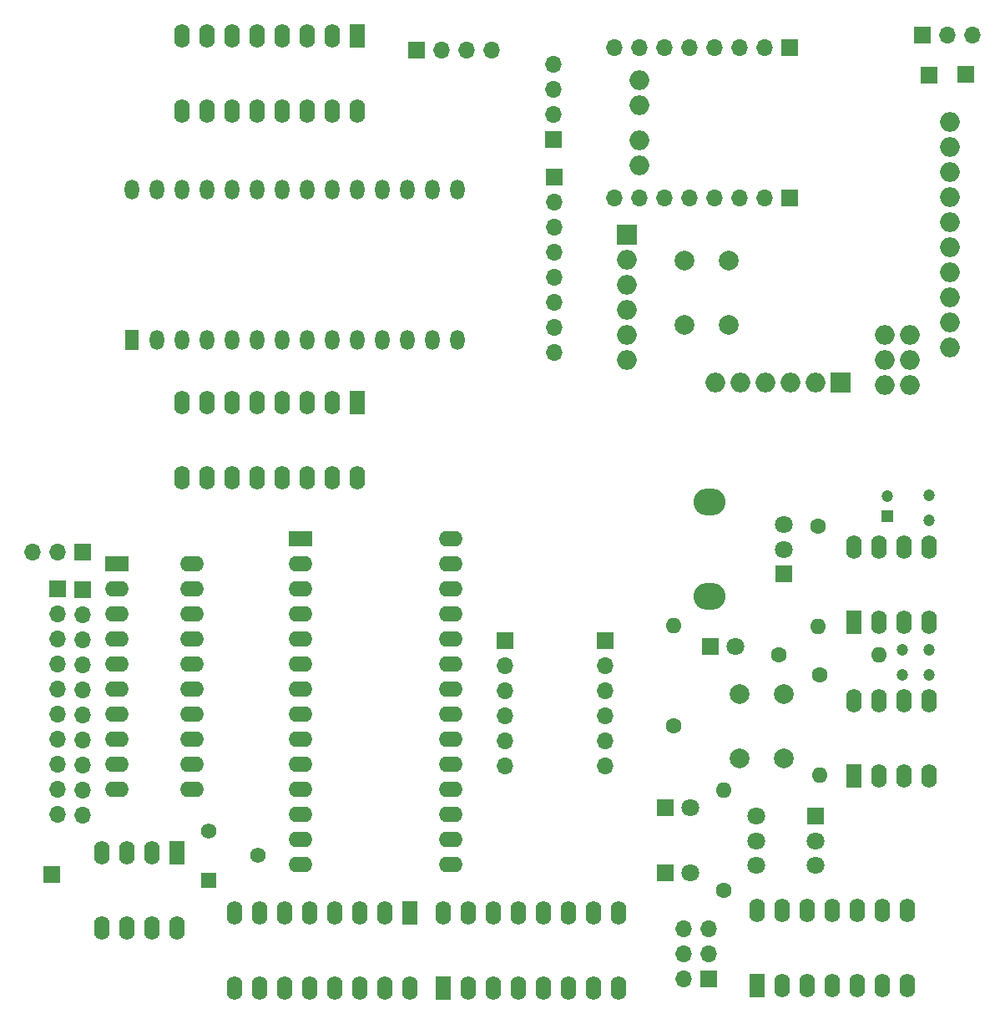
<source format=gbr>
%TF.GenerationSoftware,KiCad,Pcbnew,(6.0.5)*%
%TF.CreationDate,2023-08-07T17:40:20+03:00*%
%TF.ProjectId,JLC3,4a4c4333-2e6b-4696-9361-645f70636258,rev?*%
%TF.SameCoordinates,Original*%
%TF.FileFunction,Soldermask,Bot*%
%TF.FilePolarity,Negative*%
%FSLAX46Y46*%
G04 Gerber Fmt 4.6, Leading zero omitted, Abs format (unit mm)*
G04 Created by KiCad (PCBNEW (6.0.5)) date 2023-08-07 17:40:20*
%MOMM*%
%LPD*%
G01*
G04 APERTURE LIST*
%ADD10R,1.700000X1.700000*%
%ADD11O,1.700000X1.700000*%
%ADD12C,2.000000*%
%ADD13R,1.600000X2.400000*%
%ADD14O,1.600000X2.400000*%
%ADD15C,1.200000*%
%ADD16C,1.600000*%
%ADD17O,1.600000X1.600000*%
%ADD18R,1.800000X1.800000*%
%ADD19C,1.800000*%
%ADD20O,2.000000X2.000000*%
%ADD21O,2.400000X1.600000*%
%ADD22R,2.400000X1.600000*%
%ADD23C,1.560000*%
%ADD24R,1.560000X1.560000*%
%ADD25R,1.200000X1.200000*%
%ADD26R,2.000000X2.000000*%
%ADD27R,1.440000X2.000000*%
%ADD28O,1.440000X2.000000*%
%ADD29O,3.240000X2.720000*%
G04 APERTURE END LIST*
D10*
%TO.C,REF\u002A\u002A*%
X125280000Y-127859999D03*
D11*
X122740000Y-127859999D03*
X125280000Y-125319999D03*
X122740000Y-125319999D03*
X125280000Y-122779999D03*
X122740000Y-122779999D03*
%TD*%
D12*
%TO.C,REF\u002A\u002A*%
X132870000Y-98989999D03*
X132870000Y-105489999D03*
X128370000Y-98989999D03*
X128370000Y-105489999D03*
%TD*%
D13*
%TO.C,NE555*%
X140020000Y-107329999D03*
D14*
X142560000Y-107329999D03*
X145100000Y-107329999D03*
X147640000Y-107329999D03*
X147640000Y-99709999D03*
X145100000Y-99709999D03*
X142560000Y-99709999D03*
X140020000Y-99709999D03*
%TD*%
D15*
%TO.C,100nF*%
X144920000Y-94529999D03*
X144920000Y-97029999D03*
%TD*%
D16*
%TO.C,1M*%
X136520000Y-97049999D03*
D17*
X136520000Y-107209999D03*
%TD*%
D15*
%TO.C,100nF*%
X147670000Y-94529999D03*
X147670000Y-97029999D03*
%TD*%
D18*
%TO.C,ON*%
X120890000Y-117134999D03*
D19*
X123430000Y-117134999D03*
%TD*%
D18*
%TO.C,ON*%
X120915000Y-110509999D03*
D19*
X123455000Y-110509999D03*
%TD*%
D18*
%TO.C,MODE*%
X136140000Y-111359999D03*
D19*
X136140000Y-113859999D03*
X136140000Y-116359999D03*
X130140000Y-111359999D03*
X130140000Y-113859999D03*
X130140000Y-116359999D03*
%TD*%
D17*
%TO.C,220R*%
X126790000Y-108754999D03*
D16*
X126790000Y-118914999D03*
%TD*%
D20*
%TO.C,J2*%
X143169294Y-62558292D03*
X145709294Y-62558292D03*
X143169294Y-65098292D03*
X145709294Y-65098292D03*
X143169294Y-67638292D03*
X145709294Y-67638292D03*
%TD*%
%TO.C,J4*%
X118247893Y-39282893D03*
X118247893Y-36742893D03*
%TD*%
%TO.C,J3*%
X118247893Y-45432893D03*
X118247893Y-42892893D03*
%TD*%
D10*
%TO.C,REF\u002A\u002A*%
X95620000Y-33715000D03*
D11*
X98160000Y-33715000D03*
X100700000Y-33715000D03*
X103240000Y-33715000D03*
%TD*%
D13*
%TO.C,NE555*%
X140010000Y-91719999D03*
D14*
X142550000Y-91719999D03*
X145090000Y-91719999D03*
X147630000Y-91719999D03*
X147630000Y-84099999D03*
X145090000Y-84099999D03*
X142550000Y-84099999D03*
X140010000Y-84099999D03*
%TD*%
D21*
%TO.C,74LS574*%
X72875000Y-85830000D03*
X72875000Y-88370000D03*
X72875000Y-90910000D03*
X72875000Y-93450000D03*
X72875000Y-95990000D03*
X72875000Y-98530000D03*
X72875000Y-101070000D03*
X72875000Y-103610000D03*
X72875000Y-106150000D03*
X72875000Y-108690000D03*
X65255000Y-108690000D03*
X65255000Y-106150000D03*
X65255000Y-103610000D03*
X65255000Y-101070000D03*
X65255000Y-98530000D03*
X65255000Y-95990000D03*
X65255000Y-93450000D03*
X65255000Y-90910000D03*
X65255000Y-88370000D03*
D22*
X65255000Y-85830000D03*
%TD*%
D14*
%TO.C,74LS138*%
X98357143Y-121145455D03*
X100897143Y-121145455D03*
X103437143Y-121145455D03*
X105977143Y-121145455D03*
X108517143Y-121145455D03*
X111057143Y-121145455D03*
X113597143Y-121145455D03*
X116137143Y-121145455D03*
X116137143Y-128765455D03*
X113597143Y-128765455D03*
X111057143Y-128765455D03*
X108517143Y-128765455D03*
X105977143Y-128765455D03*
X103437143Y-128765455D03*
X100897143Y-128765455D03*
D13*
X98357143Y-128765455D03*
%TD*%
%TO.C,74LS00*%
X130195000Y-128529999D03*
D14*
X132735000Y-128529999D03*
X135275000Y-128529999D03*
X137815000Y-128529999D03*
X140355000Y-128529999D03*
X142895000Y-128529999D03*
X145435000Y-128529999D03*
X145435000Y-120909999D03*
X142895000Y-120909999D03*
X140355000Y-120909999D03*
X137815000Y-120909999D03*
X135275000Y-120909999D03*
X132735000Y-120909999D03*
X130195000Y-120909999D03*
%TD*%
D21*
%TO.C,28C64*%
X99145000Y-83285000D03*
X99145000Y-85825000D03*
X99145000Y-88365000D03*
X99145000Y-90905000D03*
X99145000Y-93445000D03*
X99145000Y-95985000D03*
X99145000Y-98525000D03*
X99145000Y-101065000D03*
X99145000Y-103605000D03*
X99145000Y-106145000D03*
X99145000Y-108685000D03*
X99145000Y-111225000D03*
X99145000Y-113765000D03*
X99145000Y-116305000D03*
X83905000Y-116305000D03*
X83905000Y-113765000D03*
X83905000Y-111225000D03*
X83905000Y-108685000D03*
X83905000Y-106145000D03*
X83905000Y-103605000D03*
X83905000Y-101065000D03*
X83905000Y-98525000D03*
X83905000Y-95985000D03*
X83905000Y-93445000D03*
X83905000Y-90905000D03*
X83905000Y-88365000D03*
X83905000Y-85825000D03*
D22*
X83905000Y-83285000D03*
%TD*%
D23*
%TO.C,1M*%
X74587143Y-112854546D03*
X79587143Y-115354546D03*
D24*
X74587143Y-117854546D03*
%TD*%
D18*
%TO.C,ON*%
X125485000Y-94139999D03*
D19*
X128025000Y-94139999D03*
%TD*%
D14*
%TO.C,74LS76*%
X94990000Y-128770000D03*
X92450000Y-128770000D03*
X89910000Y-128770000D03*
X87370000Y-128770000D03*
X84830000Y-128770000D03*
X82290000Y-128770000D03*
X79750000Y-128770000D03*
X77210000Y-128770000D03*
X77210000Y-121150000D03*
X79750000Y-121150000D03*
X82290000Y-121150000D03*
X84830000Y-121150000D03*
X87370000Y-121150000D03*
X89910000Y-121150000D03*
X92450000Y-121150000D03*
D13*
X94990000Y-121150000D03*
%TD*%
D10*
%TO.C,REF\u002A\u002A*%
X109565000Y-42810000D03*
D11*
X109565000Y-40270000D03*
X109565000Y-37730000D03*
X109565000Y-35190000D03*
%TD*%
D25*
%TO.C,1uF*%
X143396300Y-80972598D03*
D15*
X143396300Y-78972598D03*
%TD*%
D10*
%TO.C,D_IN*%
X58630000Y-117312500D03*
%TD*%
D16*
%TO.C,1K*%
X136410000Y-81939999D03*
D17*
X136410000Y-92099999D03*
%TD*%
D15*
%TO.C,100nF*%
X147646300Y-81349999D03*
X147646300Y-78849999D03*
%TD*%
D10*
%TO.C,SW2*%
X146977893Y-32182893D03*
D11*
X149517893Y-32182893D03*
X152057893Y-32182893D03*
%TD*%
D10*
%TO.C,U3*%
X133480393Y-33492893D03*
D11*
X130940393Y-33492893D03*
X128400393Y-33492893D03*
X125860393Y-33492893D03*
X123320393Y-33492893D03*
X120780393Y-33492893D03*
X118240393Y-33492893D03*
X115700393Y-33492893D03*
X115715393Y-48742893D03*
X118255393Y-48742893D03*
X120795393Y-48742893D03*
X123335393Y-48742893D03*
X125875393Y-48742893D03*
X128415393Y-48742893D03*
X130955393Y-48742893D03*
D10*
X133495393Y-48742893D03*
%TD*%
%TO.C,J8*%
X147652893Y-36232893D03*
%TD*%
D26*
%TO.C,J6*%
X138632893Y-67402893D03*
D20*
X136092893Y-67402893D03*
X133552893Y-67402893D03*
X131012893Y-67402893D03*
X128472893Y-67402893D03*
X125932893Y-67402893D03*
%TD*%
D26*
%TO.C,J1*%
X117014294Y-52413292D03*
D20*
X117014294Y-54953292D03*
X117014294Y-57493292D03*
X117014294Y-60033292D03*
X117014294Y-62573292D03*
X117014294Y-65113292D03*
%TD*%
D10*
%TO.C,J9*%
X151372893Y-36202893D03*
%TD*%
D12*
%TO.C,SW1*%
X127289294Y-55038292D03*
X127289294Y-61538292D03*
X122789294Y-61538292D03*
X122789294Y-55038292D03*
%TD*%
D20*
%TO.C,J5*%
X149747893Y-41027893D03*
X149747893Y-43567893D03*
X149747893Y-46107893D03*
X149747893Y-48647893D03*
X149747893Y-51187893D03*
X149747893Y-53727893D03*
X149747893Y-56267893D03*
X149747893Y-58807893D03*
X149747893Y-61347893D03*
X149747893Y-63887893D03*
%TD*%
D14*
%TO.C,NE555*%
X71357143Y-122714546D03*
X68817143Y-122714546D03*
X66277143Y-122714546D03*
X63737143Y-122714546D03*
X63737143Y-115094546D03*
X66277143Y-115094546D03*
X68817143Y-115094546D03*
D13*
X71357143Y-115094546D03*
%TD*%
D11*
%TO.C,BUS*%
X59225000Y-111225000D03*
X59225000Y-108685000D03*
X59225000Y-106145000D03*
X59225000Y-103605000D03*
X59225000Y-101065000D03*
X59225000Y-98525000D03*
X59225000Y-95985000D03*
X59225000Y-93445000D03*
X59225000Y-90905000D03*
D10*
X59225000Y-88365000D03*
%TD*%
D27*
%TO.C,EEPROM SOCKET*%
X66810000Y-63120000D03*
D28*
X69350000Y-63120000D03*
X71890000Y-63120000D03*
X74430000Y-63120000D03*
X76970000Y-63120000D03*
X79510000Y-63120000D03*
X82050000Y-63120000D03*
X84590000Y-63120000D03*
X87130000Y-63120000D03*
X89670000Y-63120000D03*
X92210000Y-63120000D03*
X94750000Y-63120000D03*
X97290000Y-63120000D03*
X99830000Y-63120000D03*
X99830000Y-47880000D03*
X97290000Y-47880000D03*
X94750000Y-47880000D03*
X92210000Y-47880000D03*
X89670000Y-47880000D03*
X87130000Y-47880000D03*
X84590000Y-47880000D03*
X82050000Y-47880000D03*
X79510000Y-47880000D03*
X76970000Y-47880000D03*
X74430000Y-47880000D03*
X71890000Y-47880000D03*
X69350000Y-47880000D03*
X66810000Y-47880000D03*
%TD*%
D29*
%TO.C,1M*%
X125375000Y-79519999D03*
X125375000Y-89119999D03*
D18*
X132875000Y-86819999D03*
D19*
X132875000Y-84319999D03*
X132875000Y-81819999D03*
%TD*%
D10*
%TO.C,REF\u002A\u002A*%
X109600000Y-46592500D03*
D11*
X109600000Y-49132500D03*
X109600000Y-51672500D03*
X109600000Y-54212500D03*
X109600000Y-56752500D03*
X109600000Y-59292500D03*
X109600000Y-61832500D03*
X109600000Y-64372500D03*
%TD*%
%TO.C,Mode*%
X56675000Y-84605000D03*
X59215000Y-84605000D03*
D10*
X61755000Y-84605000D03*
%TD*%
D13*
%TO.C,74HC595*%
X89670000Y-69427500D03*
D14*
X87130000Y-69427500D03*
X84590000Y-69427500D03*
X82050000Y-69427500D03*
X79510000Y-69427500D03*
X76970000Y-69427500D03*
X74430000Y-69427500D03*
X71890000Y-69427500D03*
X71890000Y-77047500D03*
X74430000Y-77047500D03*
X76970000Y-77047500D03*
X79510000Y-77047500D03*
X82050000Y-77047500D03*
X84590000Y-77047500D03*
X87130000Y-77047500D03*
X89670000Y-77047500D03*
%TD*%
D11*
%TO.C,BUS*%
X61775000Y-111235000D03*
X61775000Y-108695000D03*
X61775000Y-106155000D03*
X61775000Y-103615000D03*
X61775000Y-101075000D03*
X61775000Y-98535000D03*
X61775000Y-95995000D03*
X61775000Y-93455000D03*
X61775000Y-90915000D03*
D10*
X61775000Y-88375000D03*
%TD*%
D16*
%TO.C,100K*%
X132390000Y-94986299D03*
D17*
X142550000Y-94986299D03*
%TD*%
D13*
%TO.C,74HC595*%
X89670000Y-32270000D03*
D14*
X87130000Y-32270000D03*
X84590000Y-32270000D03*
X82050000Y-32270000D03*
X79510000Y-32270000D03*
X76970000Y-32270000D03*
X74430000Y-32270000D03*
X71890000Y-32270000D03*
X71890000Y-39890000D03*
X74430000Y-39890000D03*
X76970000Y-39890000D03*
X79510000Y-39890000D03*
X82050000Y-39890000D03*
X84590000Y-39890000D03*
X87130000Y-39890000D03*
X89670000Y-39890000D03*
%TD*%
D11*
%TO.C,REF\u002A\u002A*%
X104600000Y-106275000D03*
X104600000Y-103735000D03*
X104600000Y-101195000D03*
X104600000Y-98655000D03*
X104600000Y-96115000D03*
D10*
X104600000Y-93575000D03*
%TD*%
%TO.C,REF\u002A\u002A*%
X114750000Y-93575000D03*
D11*
X114750000Y-96115000D03*
X114750000Y-98655000D03*
X114750000Y-101195000D03*
X114750000Y-103735000D03*
X114750000Y-106275000D03*
%TD*%
D16*
%TO.C,220R*%
X121760000Y-102199999D03*
D17*
X121760000Y-92039999D03*
%TD*%
M02*

</source>
